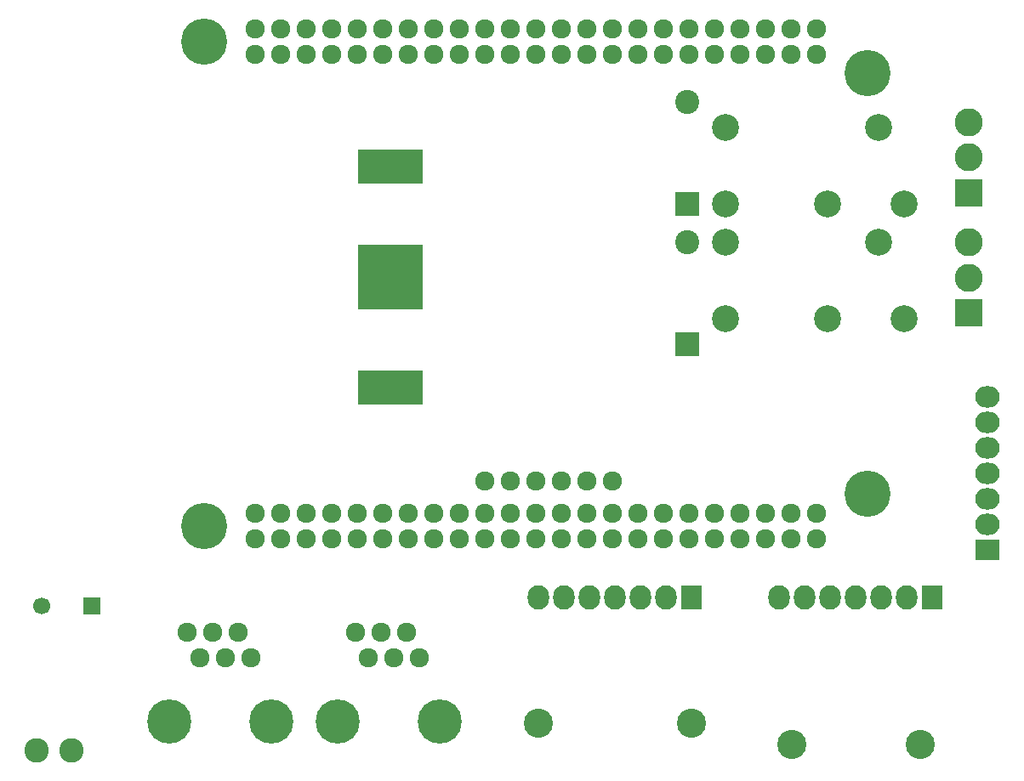
<source format=gbs>
G04 #@! TF.FileFunction,Soldermask,Bot*
%FSLAX46Y46*%
G04 Gerber Fmt 4.6, Leading zero omitted, Abs format (unit mm)*
G04 Created by KiCad (PCBNEW 4.0.2-stable) date 8/22/2016 2:14:48 PM*
%MOMM*%
G01*
G04 APERTURE LIST*
%ADD10C,0.100000*%
%ADD11C,2.686000*%
%ADD12R,6.468060X3.468060*%
%ADD13R,6.468060X6.468060*%
%ADD14R,6.468060X3.400000*%
%ADD15R,2.127200X2.432000*%
%ADD16O,2.127200X2.432000*%
%ADD17C,2.800000*%
%ADD18R,2.800000X2.800000*%
%ADD19R,1.700000X1.700000*%
%ADD20C,1.700000*%
%ADD21C,2.398980*%
%ADD22R,2.398980X2.398980*%
%ADD23C,2.432000*%
%ADD24C,2.900000*%
%ADD25C,1.924000*%
%ADD26C,4.400000*%
%ADD27C,4.591000*%
%ADD28R,2.432000X2.127200*%
%ADD29O,2.432000X2.127200*%
G04 APERTURE END LIST*
D10*
D11*
X114610000Y-84180000D03*
X124770000Y-91800000D03*
X132390000Y-91800000D03*
X129850000Y-84180000D03*
X114610000Y-91800000D03*
D12*
X81280000Y-88060000D03*
D13*
X81280000Y-99060000D03*
D14*
X81280000Y-110060000D03*
D11*
X114610000Y-95550000D03*
X124770000Y-103170000D03*
X132390000Y-103170000D03*
X129850000Y-95550000D03*
X114610000Y-103170000D03*
D15*
X111240000Y-131000000D03*
D16*
X108700000Y-131000000D03*
X106160000Y-131000000D03*
X103620000Y-131000000D03*
X101080000Y-131000000D03*
X98540000Y-131000000D03*
X96000000Y-131000000D03*
D15*
X135240000Y-131000000D03*
D16*
X132700000Y-131000000D03*
X130160000Y-131000000D03*
X127620000Y-131000000D03*
X125080000Y-131000000D03*
X122540000Y-131000000D03*
X120000000Y-131000000D03*
D17*
X138820000Y-99120000D03*
X138820000Y-95620000D03*
D18*
X138820000Y-102620000D03*
D17*
X138820000Y-87130000D03*
X138820000Y-83630000D03*
D18*
X138820000Y-90630000D03*
D19*
X51580000Y-131820000D03*
D20*
X46580000Y-131820000D03*
D21*
X110827460Y-81650000D03*
D22*
X110827460Y-91810000D03*
D21*
X110827460Y-95560000D03*
D22*
X110827460Y-105720000D03*
D23*
X49557580Y-146190000D03*
X46060000Y-146190000D03*
D24*
X96000000Y-143500000D03*
X111240000Y-143500000D03*
X121240000Y-145600000D03*
X134000000Y-145600000D03*
D25*
X81608000Y-136980000D03*
X79068000Y-136980000D03*
X84148000Y-136980000D03*
X77798000Y-134440000D03*
X80338000Y-134440000D03*
X82878000Y-134440000D03*
D26*
X86180000Y-143330000D03*
X76020000Y-143330000D03*
D25*
X64878000Y-136980000D03*
X62338000Y-136980000D03*
X67418000Y-136980000D03*
X61068000Y-134440000D03*
X63608000Y-134440000D03*
X66148000Y-134440000D03*
D26*
X69450000Y-143330000D03*
X59290000Y-143330000D03*
D25*
X67785000Y-76835000D03*
X67785000Y-74295000D03*
X70325000Y-76835000D03*
X70325000Y-74295000D03*
X72865000Y-76835000D03*
X72865000Y-74295000D03*
X75405000Y-76835000D03*
X75405000Y-74295000D03*
X77945000Y-76835000D03*
X77945000Y-74295000D03*
X80485000Y-76835000D03*
X80485000Y-74295000D03*
X83025000Y-76835000D03*
X83025000Y-74295000D03*
X85565000Y-76835000D03*
X85565000Y-74295000D03*
X88105000Y-76835000D03*
X88105000Y-74295000D03*
X90645000Y-76835000D03*
X90645000Y-74295000D03*
X93185000Y-76835000D03*
X93185000Y-74295000D03*
X95725000Y-76835000D03*
X95725000Y-74295000D03*
X98265000Y-76835000D03*
X98265000Y-74295000D03*
X100805000Y-76835000D03*
X100805000Y-74295000D03*
X103345000Y-76835000D03*
X103345000Y-74295000D03*
X105885000Y-76835000D03*
X105885000Y-74295000D03*
X108425000Y-76835000D03*
X108425000Y-74295000D03*
X110965000Y-76835000D03*
X110965000Y-74295000D03*
X113505000Y-76835000D03*
X113505000Y-74295000D03*
X116045000Y-76835000D03*
X116045000Y-74295000D03*
X118585000Y-76835000D03*
X118585000Y-74295000D03*
X121125000Y-76835000D03*
X121125000Y-74295000D03*
X123665000Y-76835000D03*
X123665000Y-74295000D03*
X67785000Y-125095000D03*
X67785000Y-122555000D03*
X70325000Y-125095000D03*
X70325000Y-122555000D03*
X72865000Y-125095000D03*
X72865000Y-122555000D03*
X75405000Y-125095000D03*
X75405000Y-122555000D03*
X77945000Y-125095000D03*
X77945000Y-122555000D03*
X80485000Y-125095000D03*
X80485000Y-122555000D03*
X83025000Y-125095000D03*
X83025000Y-122555000D03*
X85565000Y-125095000D03*
X85565000Y-122555000D03*
X88105000Y-125095000D03*
X88105000Y-122555000D03*
X90645000Y-125095000D03*
X90645000Y-122555000D03*
X93185000Y-125095000D03*
X93185000Y-122555000D03*
X95725000Y-125095000D03*
X95725000Y-122555000D03*
X98265000Y-125095000D03*
X98265000Y-122555000D03*
X100805000Y-125095000D03*
X100805000Y-122555000D03*
X103345000Y-125095000D03*
X103345000Y-122555000D03*
X105885000Y-125095000D03*
X105885000Y-122555000D03*
X108425000Y-125095000D03*
X108425000Y-122555000D03*
X110965000Y-125095000D03*
X110965000Y-122555000D03*
X113505000Y-125095000D03*
X113505000Y-122555000D03*
X116045000Y-125095000D03*
X116045000Y-122555000D03*
X118585000Y-125095000D03*
X118585000Y-122555000D03*
X121125000Y-125095000D03*
X121125000Y-122555000D03*
X123665000Y-125095000D03*
X123665000Y-122555000D03*
X90645000Y-119380000D03*
X93185000Y-119380000D03*
X95725000Y-119380000D03*
X98265000Y-119380000D03*
X100805000Y-119380000D03*
X103345000Y-119380000D03*
D27*
X62705000Y-123825000D03*
X128745000Y-120650000D03*
X128745000Y-78740000D03*
X62705000Y-75565000D03*
D28*
X140740000Y-126230000D03*
D29*
X140740000Y-123690000D03*
X140740000Y-121150000D03*
X140740000Y-118610000D03*
X140740000Y-116070000D03*
X140740000Y-113530000D03*
X140740000Y-110990000D03*
M02*

</source>
